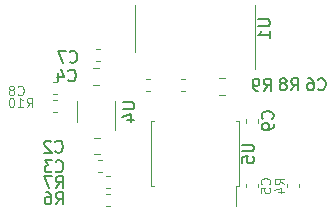
<source format=gbo>
%TF.GenerationSoftware,KiCad,Pcbnew,5.1.8-db9833491~88~ubuntu20.04.1*%
%TF.CreationDate,2021-02-21T13:37:15+01:00*%
%TF.ProjectId,RF_STICK,52465f53-5449-4434-9b2e-6b696361645f,rev?*%
%TF.SameCoordinates,PX8f0d180PY41cdb40*%
%TF.FileFunction,Legend,Bot*%
%TF.FilePolarity,Positive*%
%FSLAX46Y46*%
G04 Gerber Fmt 4.6, Leading zero omitted, Abs format (unit mm)*
G04 Created by KiCad (PCBNEW 5.1.8-db9833491~88~ubuntu20.04.1) date 2021-02-21 13:37:15*
%MOMM*%
%LPD*%
G01*
G04 APERTURE LIST*
%ADD10C,0.120000*%
%ADD11C,0.150000*%
G04 APERTURE END LIST*
D10*
%TO.C,R10*%
X4087221Y8260000D02*
X4412779Y8260000D01*
X4087221Y9280000D02*
X4412779Y9280000D01*
%TO.C,C8*%
X4087221Y9720000D02*
X4412779Y9720000D01*
X4087221Y10740000D02*
X4412779Y10740000D01*
%TO.C,U5*%
X12390000Y4700000D02*
X12390000Y7460000D01*
X12390000Y7460000D02*
X12665000Y7460000D01*
X12390000Y4700000D02*
X12390000Y1940000D01*
X12390000Y1940000D02*
X12665000Y1940000D01*
X19810000Y4700000D02*
X19810000Y7460000D01*
X19810000Y7460000D02*
X19535000Y7460000D01*
X19810000Y4700000D02*
X19810000Y1940000D01*
X19810000Y1940000D02*
X19535000Y1940000D01*
X19535000Y1940000D02*
X19535000Y250000D01*
%TO.C,R4*%
X24935000Y2162779D02*
X24935000Y1837221D01*
X23915000Y2162779D02*
X23915000Y1837221D01*
%TO.C,U4*%
X9360000Y9150000D02*
X9360000Y6700000D01*
X6140000Y7350000D02*
X6140000Y9150000D01*
%TO.C,R9*%
X12275279Y9990000D02*
X11949721Y9990000D01*
X12275279Y11010000D02*
X11949721Y11010000D01*
%TO.C,R8*%
X15262779Y11010000D02*
X14937221Y11010000D01*
X15262779Y9990000D02*
X14937221Y9990000D01*
%TO.C,R7*%
X8612221Y1815000D02*
X8937779Y1815000D01*
X8612221Y2835000D02*
X8937779Y2835000D01*
%TO.C,R6*%
X8612221Y290000D02*
X8937779Y290000D01*
X8612221Y1310000D02*
X8937779Y1310000D01*
%TO.C,C9*%
X21410000Y7662779D02*
X21410000Y7337221D01*
X20390000Y7662779D02*
X20390000Y7337221D01*
%TO.C,C7*%
X8025279Y12540000D02*
X7699721Y12540000D01*
X8025279Y13560000D02*
X7699721Y13560000D01*
%TO.C,C6*%
X18141422Y9690000D02*
X18658578Y9690000D01*
X18141422Y11110000D02*
X18658578Y11110000D01*
%TO.C,C5*%
X20390000Y1837221D02*
X20390000Y2162779D01*
X21410000Y1837221D02*
X21410000Y2162779D01*
%TO.C,C4*%
X8008578Y10540000D02*
X7491422Y10540000D01*
X8008578Y11960000D02*
X7491422Y11960000D01*
%TO.C,C3*%
X8212779Y3140000D02*
X7887221Y3140000D01*
X8212779Y4160000D02*
X7887221Y4160000D01*
%TO.C,C2*%
X8046078Y4640000D02*
X7528922Y4640000D01*
X8046078Y6060000D02*
X7528922Y6060000D01*
%TO.C,U1*%
X21160000Y15300000D02*
X21160000Y11850000D01*
X21160000Y15300000D02*
X21160000Y17250000D01*
X11040000Y15300000D02*
X11040000Y13350000D01*
X11040000Y15300000D02*
X11040000Y17250000D01*
%TO.C,R10*%
X1854285Y8638096D02*
X2120952Y9019048D01*
X2311428Y8638096D02*
X2311428Y9438096D01*
X2006666Y9438096D01*
X1930476Y9400000D01*
X1892380Y9361905D01*
X1854285Y9285715D01*
X1854285Y9171429D01*
X1892380Y9095239D01*
X1930476Y9057143D01*
X2006666Y9019048D01*
X2311428Y9019048D01*
X1092380Y8638096D02*
X1549523Y8638096D01*
X1320952Y8638096D02*
X1320952Y9438096D01*
X1397142Y9323810D01*
X1473333Y9247620D01*
X1549523Y9209524D01*
X597142Y9438096D02*
X520952Y9438096D01*
X444761Y9400000D01*
X406666Y9361905D01*
X368571Y9285715D01*
X330476Y9133334D01*
X330476Y8942858D01*
X368571Y8790477D01*
X406666Y8714286D01*
X444761Y8676191D01*
X520952Y8638096D01*
X597142Y8638096D01*
X673333Y8676191D01*
X711428Y8714286D01*
X749523Y8790477D01*
X787619Y8942858D01*
X787619Y9133334D01*
X749523Y9285715D01*
X711428Y9361905D01*
X673333Y9400000D01*
X597142Y9438096D01*
%TO.C,C8*%
X1103333Y9714286D02*
X1141428Y9676191D01*
X1255714Y9638096D01*
X1331904Y9638096D01*
X1446190Y9676191D01*
X1522380Y9752381D01*
X1560476Y9828572D01*
X1598571Y9980953D01*
X1598571Y10095239D01*
X1560476Y10247620D01*
X1522380Y10323810D01*
X1446190Y10400000D01*
X1331904Y10438096D01*
X1255714Y10438096D01*
X1141428Y10400000D01*
X1103333Y10361905D01*
X646190Y10095239D02*
X722380Y10133334D01*
X760476Y10171429D01*
X798571Y10247620D01*
X798571Y10285715D01*
X760476Y10361905D01*
X722380Y10400000D01*
X646190Y10438096D01*
X493809Y10438096D01*
X417619Y10400000D01*
X379523Y10361905D01*
X341428Y10285715D01*
X341428Y10247620D01*
X379523Y10171429D01*
X417619Y10133334D01*
X493809Y10095239D01*
X646190Y10095239D01*
X722380Y10057143D01*
X760476Y10019048D01*
X798571Y9942858D01*
X798571Y9790477D01*
X760476Y9714286D01*
X722380Y9676191D01*
X646190Y9638096D01*
X493809Y9638096D01*
X417619Y9676191D01*
X379523Y9714286D01*
X341428Y9790477D01*
X341428Y9942858D01*
X379523Y10019048D01*
X417619Y10057143D01*
X493809Y10095239D01*
%TO.C,U5*%
D11*
X20102380Y5461905D02*
X20911904Y5461905D01*
X21007142Y5414286D01*
X21054761Y5366667D01*
X21102380Y5271429D01*
X21102380Y5080953D01*
X21054761Y4985715D01*
X21007142Y4938096D01*
X20911904Y4890477D01*
X20102380Y4890477D01*
X20102380Y3938096D02*
X20102380Y4414286D01*
X20578571Y4461905D01*
X20530952Y4414286D01*
X20483333Y4319048D01*
X20483333Y4080953D01*
X20530952Y3985715D01*
X20578571Y3938096D01*
X20673809Y3890477D01*
X20911904Y3890477D01*
X21007142Y3938096D01*
X21054761Y3985715D01*
X21102380Y4080953D01*
X21102380Y4319048D01*
X21054761Y4414286D01*
X21007142Y4461905D01*
%TO.C,R4*%
D10*
X23641904Y2133334D02*
X23260952Y2400000D01*
X23641904Y2590477D02*
X22841904Y2590477D01*
X22841904Y2285715D01*
X22880000Y2209524D01*
X22918095Y2171429D01*
X22994285Y2133334D01*
X23108571Y2133334D01*
X23184761Y2171429D01*
X23222857Y2209524D01*
X23260952Y2285715D01*
X23260952Y2590477D01*
X23108571Y1447620D02*
X23641904Y1447620D01*
X22803809Y1638096D02*
X23375238Y1828572D01*
X23375238Y1333334D01*
%TO.C,U4*%
D11*
X9982380Y9036905D02*
X10791904Y9036905D01*
X10887142Y8989286D01*
X10934761Y8941667D01*
X10982380Y8846429D01*
X10982380Y8655953D01*
X10934761Y8560715D01*
X10887142Y8513096D01*
X10791904Y8465477D01*
X9982380Y8465477D01*
X10315714Y7560715D02*
X10982380Y7560715D01*
X9934761Y7798810D02*
X10649047Y8036905D01*
X10649047Y7417858D01*
%TO.C,R9*%
X21941666Y10047620D02*
X22275000Y10523810D01*
X22513095Y10047620D02*
X22513095Y11047620D01*
X22132142Y11047620D01*
X22036904Y11000000D01*
X21989285Y10952381D01*
X21941666Y10857143D01*
X21941666Y10714286D01*
X21989285Y10619048D01*
X22036904Y10571429D01*
X22132142Y10523810D01*
X22513095Y10523810D01*
X21465476Y10047620D02*
X21275000Y10047620D01*
X21179761Y10095239D01*
X21132142Y10142858D01*
X21036904Y10285715D01*
X20989285Y10476191D01*
X20989285Y10857143D01*
X21036904Y10952381D01*
X21084523Y11000000D01*
X21179761Y11047620D01*
X21370238Y11047620D01*
X21465476Y11000000D01*
X21513095Y10952381D01*
X21560714Y10857143D01*
X21560714Y10619048D01*
X21513095Y10523810D01*
X21465476Y10476191D01*
X21370238Y10428572D01*
X21179761Y10428572D01*
X21084523Y10476191D01*
X21036904Y10523810D01*
X20989285Y10619048D01*
%TO.C,R8*%
X24241666Y10072620D02*
X24575000Y10548810D01*
X24813095Y10072620D02*
X24813095Y11072620D01*
X24432142Y11072620D01*
X24336904Y11025000D01*
X24289285Y10977381D01*
X24241666Y10882143D01*
X24241666Y10739286D01*
X24289285Y10644048D01*
X24336904Y10596429D01*
X24432142Y10548810D01*
X24813095Y10548810D01*
X23670238Y10644048D02*
X23765476Y10691667D01*
X23813095Y10739286D01*
X23860714Y10834524D01*
X23860714Y10882143D01*
X23813095Y10977381D01*
X23765476Y11025000D01*
X23670238Y11072620D01*
X23479761Y11072620D01*
X23384523Y11025000D01*
X23336904Y10977381D01*
X23289285Y10882143D01*
X23289285Y10834524D01*
X23336904Y10739286D01*
X23384523Y10691667D01*
X23479761Y10644048D01*
X23670238Y10644048D01*
X23765476Y10596429D01*
X23813095Y10548810D01*
X23860714Y10453572D01*
X23860714Y10263096D01*
X23813095Y10167858D01*
X23765476Y10120239D01*
X23670238Y10072620D01*
X23479761Y10072620D01*
X23384523Y10120239D01*
X23336904Y10167858D01*
X23289285Y10263096D01*
X23289285Y10453572D01*
X23336904Y10548810D01*
X23384523Y10596429D01*
X23479761Y10644048D01*
%TO.C,R7*%
X4316666Y1797620D02*
X4650000Y2273810D01*
X4888095Y1797620D02*
X4888095Y2797620D01*
X4507142Y2797620D01*
X4411904Y2750000D01*
X4364285Y2702381D01*
X4316666Y2607143D01*
X4316666Y2464286D01*
X4364285Y2369048D01*
X4411904Y2321429D01*
X4507142Y2273810D01*
X4888095Y2273810D01*
X3983333Y2797620D02*
X3316666Y2797620D01*
X3745238Y1797620D01*
%TO.C,R6*%
X4316666Y422620D02*
X4650000Y898810D01*
X4888095Y422620D02*
X4888095Y1422620D01*
X4507142Y1422620D01*
X4411904Y1375000D01*
X4364285Y1327381D01*
X4316666Y1232143D01*
X4316666Y1089286D01*
X4364285Y994048D01*
X4411904Y946429D01*
X4507142Y898810D01*
X4888095Y898810D01*
X3459523Y1422620D02*
X3650000Y1422620D01*
X3745238Y1375000D01*
X3792857Y1327381D01*
X3888095Y1184524D01*
X3935714Y994048D01*
X3935714Y613096D01*
X3888095Y517858D01*
X3840476Y470239D01*
X3745238Y422620D01*
X3554761Y422620D01*
X3459523Y470239D01*
X3411904Y517858D01*
X3364285Y613096D01*
X3364285Y851191D01*
X3411904Y946429D01*
X3459523Y994048D01*
X3554761Y1041667D01*
X3745238Y1041667D01*
X3840476Y994048D01*
X3888095Y946429D01*
X3935714Y851191D01*
%TO.C,C9*%
X22657142Y7666667D02*
X22704761Y7714286D01*
X22752380Y7857143D01*
X22752380Y7952381D01*
X22704761Y8095239D01*
X22609523Y8190477D01*
X22514285Y8238096D01*
X22323809Y8285715D01*
X22180952Y8285715D01*
X21990476Y8238096D01*
X21895238Y8190477D01*
X21800000Y8095239D01*
X21752380Y7952381D01*
X21752380Y7857143D01*
X21800000Y7714286D01*
X21847619Y7666667D01*
X22752380Y7190477D02*
X22752380Y7000000D01*
X22704761Y6904762D01*
X22657142Y6857143D01*
X22514285Y6761905D01*
X22323809Y6714286D01*
X21942857Y6714286D01*
X21847619Y6761905D01*
X21800000Y6809524D01*
X21752380Y6904762D01*
X21752380Y7095239D01*
X21800000Y7190477D01*
X21847619Y7238096D01*
X21942857Y7285715D01*
X22180952Y7285715D01*
X22276190Y7238096D01*
X22323809Y7190477D01*
X22371428Y7095239D01*
X22371428Y6904762D01*
X22323809Y6809524D01*
X22276190Y6761905D01*
X22180952Y6714286D01*
%TO.C,C7*%
X5504166Y12497858D02*
X5551785Y12450239D01*
X5694642Y12402620D01*
X5789880Y12402620D01*
X5932738Y12450239D01*
X6027976Y12545477D01*
X6075595Y12640715D01*
X6123214Y12831191D01*
X6123214Y12974048D01*
X6075595Y13164524D01*
X6027976Y13259762D01*
X5932738Y13355000D01*
X5789880Y13402620D01*
X5694642Y13402620D01*
X5551785Y13355000D01*
X5504166Y13307381D01*
X5170833Y13402620D02*
X4504166Y13402620D01*
X4932738Y12402620D01*
%TO.C,C6*%
X26536666Y10167858D02*
X26584285Y10120239D01*
X26727142Y10072620D01*
X26822380Y10072620D01*
X26965238Y10120239D01*
X27060476Y10215477D01*
X27108095Y10310715D01*
X27155714Y10501191D01*
X27155714Y10644048D01*
X27108095Y10834524D01*
X27060476Y10929762D01*
X26965238Y11025000D01*
X26822380Y11072620D01*
X26727142Y11072620D01*
X26584285Y11025000D01*
X26536666Y10977381D01*
X25679523Y11072620D02*
X25870000Y11072620D01*
X25965238Y11025000D01*
X26012857Y10977381D01*
X26108095Y10834524D01*
X26155714Y10644048D01*
X26155714Y10263096D01*
X26108095Y10167858D01*
X26060476Y10120239D01*
X25965238Y10072620D01*
X25774761Y10072620D01*
X25679523Y10120239D01*
X25631904Y10167858D01*
X25584285Y10263096D01*
X25584285Y10501191D01*
X25631904Y10596429D01*
X25679523Y10644048D01*
X25774761Y10691667D01*
X25965238Y10691667D01*
X26060476Y10644048D01*
X26108095Y10596429D01*
X26155714Y10501191D01*
%TO.C,C5*%
D10*
X22405714Y2133334D02*
X22443809Y2171429D01*
X22481904Y2285715D01*
X22481904Y2361905D01*
X22443809Y2476191D01*
X22367619Y2552381D01*
X22291428Y2590477D01*
X22139047Y2628572D01*
X22024761Y2628572D01*
X21872380Y2590477D01*
X21796190Y2552381D01*
X21720000Y2476191D01*
X21681904Y2361905D01*
X21681904Y2285715D01*
X21720000Y2171429D01*
X21758095Y2133334D01*
X21681904Y1409524D02*
X21681904Y1790477D01*
X22062857Y1828572D01*
X22024761Y1790477D01*
X21986666Y1714286D01*
X21986666Y1523810D01*
X22024761Y1447620D01*
X22062857Y1409524D01*
X22139047Y1371429D01*
X22329523Y1371429D01*
X22405714Y1409524D01*
X22443809Y1447620D01*
X22481904Y1523810D01*
X22481904Y1714286D01*
X22443809Y1790477D01*
X22405714Y1828572D01*
%TO.C,C4*%
D11*
X5391666Y10917858D02*
X5439285Y10870239D01*
X5582142Y10822620D01*
X5677380Y10822620D01*
X5820238Y10870239D01*
X5915476Y10965477D01*
X5963095Y11060715D01*
X6010714Y11251191D01*
X6010714Y11394048D01*
X5963095Y11584524D01*
X5915476Y11679762D01*
X5820238Y11775000D01*
X5677380Y11822620D01*
X5582142Y11822620D01*
X5439285Y11775000D01*
X5391666Y11727381D01*
X4534523Y11489286D02*
X4534523Y10822620D01*
X4772619Y11870239D02*
X5010714Y11155953D01*
X4391666Y11155953D01*
%TO.C,C3*%
X4316666Y3217858D02*
X4364285Y3170239D01*
X4507142Y3122620D01*
X4602380Y3122620D01*
X4745238Y3170239D01*
X4840476Y3265477D01*
X4888095Y3360715D01*
X4935714Y3551191D01*
X4935714Y3694048D01*
X4888095Y3884524D01*
X4840476Y3979762D01*
X4745238Y4075000D01*
X4602380Y4122620D01*
X4507142Y4122620D01*
X4364285Y4075000D01*
X4316666Y4027381D01*
X3983333Y4122620D02*
X3364285Y4122620D01*
X3697619Y3741667D01*
X3554761Y3741667D01*
X3459523Y3694048D01*
X3411904Y3646429D01*
X3364285Y3551191D01*
X3364285Y3313096D01*
X3411904Y3217858D01*
X3459523Y3170239D01*
X3554761Y3122620D01*
X3840476Y3122620D01*
X3935714Y3170239D01*
X3983333Y3217858D01*
%TO.C,C2*%
X4291666Y4892858D02*
X4339285Y4845239D01*
X4482142Y4797620D01*
X4577380Y4797620D01*
X4720238Y4845239D01*
X4815476Y4940477D01*
X4863095Y5035715D01*
X4910714Y5226191D01*
X4910714Y5369048D01*
X4863095Y5559524D01*
X4815476Y5654762D01*
X4720238Y5750000D01*
X4577380Y5797620D01*
X4482142Y5797620D01*
X4339285Y5750000D01*
X4291666Y5702381D01*
X3910714Y5702381D02*
X3863095Y5750000D01*
X3767857Y5797620D01*
X3529761Y5797620D01*
X3434523Y5750000D01*
X3386904Y5702381D01*
X3339285Y5607143D01*
X3339285Y5511905D01*
X3386904Y5369048D01*
X3958333Y4797620D01*
X3339285Y4797620D01*
%TO.C,U1*%
X21452380Y16061905D02*
X22261904Y16061905D01*
X22357142Y16014286D01*
X22404761Y15966667D01*
X22452380Y15871429D01*
X22452380Y15680953D01*
X22404761Y15585715D01*
X22357142Y15538096D01*
X22261904Y15490477D01*
X21452380Y15490477D01*
X22452380Y14490477D02*
X22452380Y15061905D01*
X22452380Y14776191D02*
X21452380Y14776191D01*
X21595238Y14871429D01*
X21690476Y14966667D01*
X21738095Y15061905D01*
%TD*%
M02*

</source>
